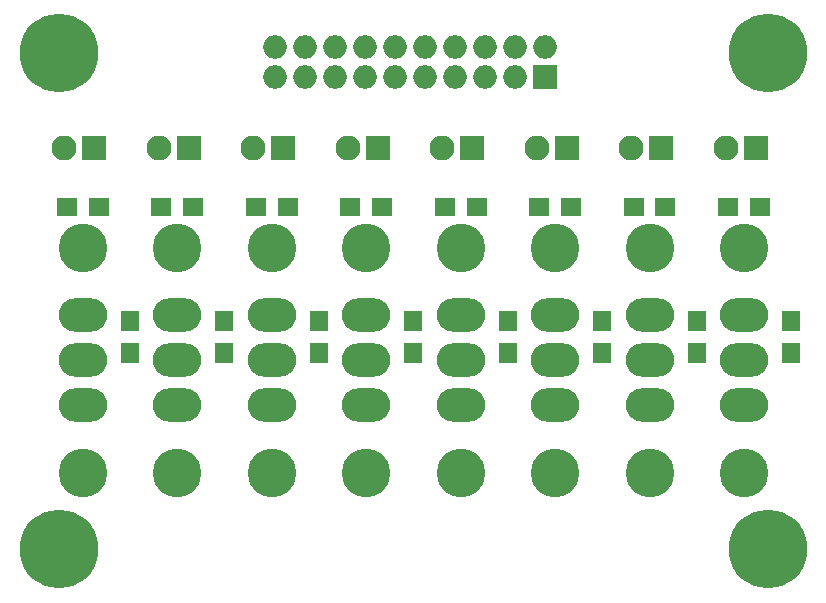
<source format=gbr>
G04 #@! TF.FileFunction,Soldermask,Bot*
%FSLAX46Y46*%
G04 Gerber Fmt 4.6, Leading zero omitted, Abs format (unit mm)*
G04 Created by KiCad (PCBNEW (after 2015-mar-04 BZR unknown)-product) date 5/3/2017 9:33:33 AM*
%MOMM*%
G01*
G04 APERTURE LIST*
%ADD10C,0.150000*%
%ADD11R,1.604800X1.804800*%
%ADD12O,4.114800X2.844800*%
%ADD13C,4.114800*%
%ADD14R,2.104800X2.104800*%
%ADD15C,2.104800*%
%ADD16C,6.654800*%
%ADD17R,1.804800X1.604800*%
%ADD18R,2.004800X2.004800*%
%ADD19O,2.004800X2.004800*%
G04 APERTURE END LIST*
D10*
D11*
X76000000Y-36650000D03*
X76000000Y-39350000D03*
X68000000Y-36650000D03*
X68000000Y-39350000D03*
X60000000Y-36650000D03*
X60000000Y-39350000D03*
X52000000Y-36650000D03*
X52000000Y-39350000D03*
X44000000Y-36650000D03*
X44000000Y-39350000D03*
X36000000Y-36650000D03*
X36000000Y-39350000D03*
X28000000Y-36650000D03*
X28000000Y-39350000D03*
X20000000Y-36650000D03*
X20000000Y-39350000D03*
D12*
X72000000Y-43810000D03*
X72000000Y-40000000D03*
X72000000Y-36190000D03*
D13*
X72000000Y-49525000D03*
X72000000Y-30475000D03*
D12*
X64000000Y-43810000D03*
X64000000Y-40000000D03*
X64000000Y-36190000D03*
D13*
X64000000Y-49525000D03*
X64000000Y-30475000D03*
D12*
X56000000Y-43810000D03*
X56000000Y-40000000D03*
X56000000Y-36190000D03*
D13*
X56000000Y-49525000D03*
X56000000Y-30475000D03*
D12*
X48000000Y-43810000D03*
X48000000Y-40000000D03*
X48000000Y-36190000D03*
D13*
X48000000Y-49525000D03*
X48000000Y-30475000D03*
D12*
X40000000Y-43810000D03*
X40000000Y-40000000D03*
X40000000Y-36190000D03*
D13*
X40000000Y-49525000D03*
X40000000Y-30475000D03*
D12*
X32000000Y-43810000D03*
X32000000Y-40000000D03*
X32000000Y-36190000D03*
D13*
X32000000Y-49525000D03*
X32000000Y-30475000D03*
D12*
X24000000Y-43810000D03*
X24000000Y-40000000D03*
X24000000Y-36190000D03*
D13*
X24000000Y-49525000D03*
X24000000Y-30475000D03*
D12*
X16000000Y-43810000D03*
X16000000Y-40000000D03*
X16000000Y-36190000D03*
D13*
X16000000Y-49525000D03*
X16000000Y-30475000D03*
D14*
X73000000Y-22000000D03*
D15*
X70460000Y-22000000D03*
D14*
X65000000Y-22000000D03*
D15*
X62460000Y-22000000D03*
D14*
X57000000Y-22000000D03*
D15*
X54460000Y-22000000D03*
D14*
X49000000Y-22000000D03*
D15*
X46460000Y-22000000D03*
D14*
X41000000Y-22000000D03*
D15*
X38460000Y-22000000D03*
D14*
X33000000Y-22000000D03*
D15*
X30460000Y-22000000D03*
D14*
X25000000Y-22000000D03*
D15*
X22460000Y-22000000D03*
D14*
X17000000Y-22000000D03*
D15*
X14460000Y-22000000D03*
D16*
X74000000Y-56000000D03*
D17*
X70650000Y-27000000D03*
X73350000Y-27000000D03*
X62650000Y-27000000D03*
X65350000Y-27000000D03*
X54650000Y-27000000D03*
X57350000Y-27000000D03*
X46650000Y-27000000D03*
X49350000Y-27000000D03*
X38650000Y-27000000D03*
X41350000Y-27000000D03*
X30650000Y-27000000D03*
X33350000Y-27000000D03*
X22650000Y-27000000D03*
X25350000Y-27000000D03*
X14650000Y-27000000D03*
X17350000Y-27000000D03*
D18*
X55118000Y-16002000D03*
D19*
X55118000Y-13462000D03*
X52578000Y-16002000D03*
X52578000Y-13462000D03*
X50038000Y-16002000D03*
X50038000Y-13462000D03*
X47498000Y-16002000D03*
X47498000Y-13462000D03*
X44958000Y-16002000D03*
X44958000Y-13462000D03*
X42418000Y-16002000D03*
X42418000Y-13462000D03*
X39878000Y-16002000D03*
X39878000Y-13462000D03*
X37338000Y-16002000D03*
X37338000Y-13462000D03*
X34798000Y-16002000D03*
X34798000Y-13462000D03*
X32258000Y-16002000D03*
X32258000Y-13462000D03*
D16*
X74000000Y-14000000D03*
X14000000Y-14000000D03*
X14000000Y-56000000D03*
M02*

</source>
